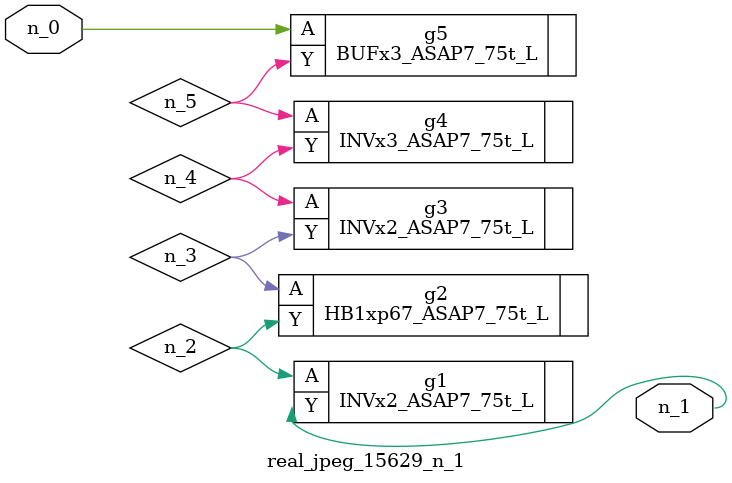
<source format=v>
module real_jpeg_15629_n_1 (n_0, n_1);

input n_0;

output n_1;

wire n_5;
wire n_4;
wire n_2;
wire n_3;

BUFx3_ASAP7_75t_L g5 ( 
.A(n_0),
.Y(n_5)
);

INVx2_ASAP7_75t_L g1 ( 
.A(n_2),
.Y(n_1)
);

HB1xp67_ASAP7_75t_L g2 ( 
.A(n_3),
.Y(n_2)
);

INVx2_ASAP7_75t_L g3 ( 
.A(n_4),
.Y(n_3)
);

INVx3_ASAP7_75t_L g4 ( 
.A(n_5),
.Y(n_4)
);


endmodule
</source>
